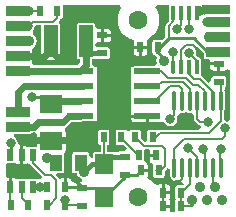
<source format=gtl>
G04 Layer_Physical_Order=1*
G04 Layer_Color=255*
%FSAX24Y24*%
%MOIN*%
G70*
G01*
G75*
%ADD10R,0.0354X0.0236*%
%ADD11R,0.0591X0.0709*%
%ADD12R,0.0236X0.0354*%
%ADD13R,0.0453X0.1063*%
%ADD14R,0.0787X0.0354*%
%ADD15R,0.0433X0.0551*%
%ADD16R,0.0748X0.0610*%
%ADD17R,0.1161X0.1929*%
%ADD18R,0.0866X0.0197*%
%ADD19R,0.0236X0.0394*%
%ADD20R,0.0157X0.0472*%
G04:AMPARAMS|DCode=21|XSize=47.2mil|YSize=15.7mil|CornerRadius=5.5mil|HoleSize=0mil|Usage=FLASHONLY|Rotation=90.000|XOffset=0mil|YOffset=0mil|HoleType=Round|Shape=RoundedRectangle|*
%AMROUNDEDRECTD21*
21,1,0.0472,0.0047,0,0,90.0*
21,1,0.0362,0.0157,0,0,90.0*
1,1,0.0110,0.0024,0.0181*
1,1,0.0110,0.0024,-0.0181*
1,1,0.0110,-0.0024,-0.0181*
1,1,0.0110,-0.0024,0.0181*
%
%ADD21ROUNDEDRECTD21*%
%ADD22O,0.0138X0.0709*%
%ADD23C,0.0070*%
%ADD24C,0.0100*%
%ADD25C,0.0150*%
%ADD26C,0.0236*%
%ADD27C,0.0354*%
%ADD28C,0.0315*%
%ADD29C,0.0630*%
%ADD30C,0.0157*%
G36*
X017358Y018789D02*
Y018317D01*
X017364Y018290D01*
X017369Y018282D01*
X017272Y018184D01*
X017249Y018150D01*
X017240Y018109D01*
Y017753D01*
X017132Y017645D01*
X017113Y017649D01*
X016877D01*
X016850Y017643D01*
X016827Y017628D01*
X016811Y017604D01*
X016806Y017577D01*
Y017223D01*
X016811Y017196D01*
X016827Y017172D01*
X016850Y017157D01*
X016877Y017151D01*
X016886D01*
X016970Y017067D01*
X016949Y017037D01*
X016930Y016941D01*
X016945Y016868D01*
X016890Y016770D01*
X016209D01*
X016182Y016764D01*
X016160Y016750D01*
X014878D01*
X014797Y016816D01*
X014792Y016822D01*
X014792Y016822D01*
Y016997D01*
X014817D01*
X014844Y017003D01*
X014867Y017018D01*
X014904Y017033D01*
X014936Y017021D01*
X014963Y017015D01*
X015317D01*
X015344Y017021D01*
X015368Y017036D01*
X015383Y017059D01*
X015389Y017087D01*
Y017323D01*
X015383Y017350D01*
X015368Y017373D01*
X015344Y017389D01*
X015317Y017394D01*
X014963D01*
X014895Y017460D01*
X014888Y017472D01*
Y017497D01*
X014888Y017497D01*
X014963Y017575D01*
X015090D01*
Y017795D01*
Y018015D01*
X014963D01*
X014888Y018093D01*
X014888Y018093D01*
Y018132D01*
X014883Y018159D01*
X014867Y018182D01*
X014844Y018197D01*
X014817Y018203D01*
X014364D01*
X014337Y018197D01*
X014314Y018182D01*
X014298Y018159D01*
X014293Y018132D01*
Y017069D01*
X014298Y017041D01*
X014314Y017018D01*
X014337Y017003D01*
X014364Y016997D01*
X014402D01*
X014406Y016899D01*
X014299Y016792D01*
X012851D01*
X012799Y016881D01*
X012799Y016890D01*
X012806Y016923D01*
Y016982D01*
X012310D01*
Y017218D01*
X012806D01*
Y017277D01*
X012798Y017316D01*
X012855Y017406D01*
X012878Y017422D01*
X012933Y017504D01*
X012952Y017600D01*
X012933Y017696D01*
X012878Y017778D01*
X012825Y017814D01*
X012819Y017818D01*
X012809Y017899D01*
X012814Y017930D01*
X012824Y017936D01*
X012874Y018011D01*
X012892Y018100D01*
X012927Y018143D01*
X013072D01*
X013081Y018131D01*
Y017134D01*
X013326Y017378D01*
X013409Y017295D01*
X013493Y017378D01*
X013738Y017134D01*
Y018132D01*
X013730Y018171D01*
X013708Y018204D01*
X013711Y018309D01*
X013712Y018311D01*
X013734Y018344D01*
X013736Y018351D01*
X013753D01*
X013781Y018357D01*
X013804Y018372D01*
X013819Y018396D01*
X013825Y018423D01*
Y018777D01*
X013840Y018795D01*
X015730D01*
X015772Y018706D01*
X015761Y018693D01*
X015697Y018573D01*
X015658Y018443D01*
X015644Y018307D01*
X015658Y018172D01*
X015697Y018041D01*
X015761Y017921D01*
X015848Y017816D01*
X015953Y017730D01*
X016073Y017666D01*
X016187Y017631D01*
X016192Y017616D01*
X016185Y017577D01*
Y017450D01*
X016405D01*
X016625D01*
Y017577D01*
X016617Y017616D01*
X016676Y017704D01*
X016724Y017730D01*
X016830Y017816D01*
X016916Y017921D01*
X016980Y018041D01*
X017020Y018172D01*
X017033Y018307D01*
X017020Y018443D01*
X016980Y018573D01*
X016916Y018693D01*
X016905Y018706D01*
X016947Y018795D01*
X017353D01*
X017358Y018789D01*
D02*
G37*
G36*
X018515Y017202D02*
Y017073D01*
X018520Y017046D01*
X018536Y017022D01*
X018559Y017007D01*
X018586Y017001D01*
X018649D01*
X018741Y016959D01*
Y016891D01*
X019020D01*
Y016841D01*
X019070D01*
Y016620D01*
X019197D01*
X019236Y016628D01*
X019269Y016650D01*
X019287Y016678D01*
X019295Y016679D01*
X019386Y016628D01*
Y014986D01*
X019287Y014923D01*
X019279Y014924D01*
X019240Y014932D01*
X019183Y015021D01*
Y015247D01*
X019207Y015282D01*
X019217Y015337D01*
Y015907D01*
X019207Y015962D01*
X019204Y015965D01*
X019204Y015970D01*
X019214Y016018D01*
X019234Y016072D01*
X019248Y016081D01*
X019263Y016105D01*
X019269Y016132D01*
Y016368D01*
X019263Y016395D01*
X019248Y016419D01*
X019224Y016434D01*
X019197Y016439D01*
X018843D01*
X018816Y016434D01*
X018792Y016419D01*
X018777Y016395D01*
X018771Y016368D01*
Y016259D01*
X018673Y016218D01*
X018466Y016426D01*
X018431Y016449D01*
X018426Y016514D01*
Y016986D01*
X018421Y017014D01*
X018405Y017037D01*
X018382Y017052D01*
X018355Y017058D01*
X018327D01*
X018254Y017131D01*
X018254Y017131D01*
X018272Y017220D01*
X018254Y017309D01*
X018225Y017353D01*
X018301Y017416D01*
X018515Y017202D01*
D02*
G37*
G36*
X016108Y015202D02*
X016107Y015198D01*
Y015150D01*
X016642D01*
Y015100D01*
X016692D01*
Y014900D01*
X017075D01*
X017114Y014907D01*
X017168Y014910D01*
X017216Y014866D01*
X017236Y014836D01*
X017311Y014786D01*
X017400Y014768D01*
X017489Y014786D01*
X017564Y014836D01*
X017614Y014911D01*
X017632Y015000D01*
X017618Y015070D01*
X017635Y015095D01*
X017643Y015136D01*
X017643Y015136D01*
Y015153D01*
X017742Y015206D01*
X017742Y015206D01*
X017796Y015195D01*
X017850Y015206D01*
X017853Y015207D01*
X017924Y015228D01*
X017995Y015207D01*
X017998Y015206D01*
X018052Y015195D01*
X018099Y015204D01*
X018110Y015203D01*
X018197Y015148D01*
Y015004D01*
X018205Y014963D01*
X018228Y014928D01*
X018332Y014824D01*
X018332Y014824D01*
X018367Y014801D01*
X018397Y014795D01*
X018417Y014777D01*
X018430Y014755D01*
X018373Y014657D01*
X017060D01*
X017019Y014649D01*
X016986Y014627D01*
X016984Y014628D01*
X016961Y014643D01*
X016933Y014649D01*
X016697D01*
X016670Y014643D01*
X016647Y014628D01*
X016631Y014604D01*
X016626Y014577D01*
Y014290D01*
X016527Y014249D01*
X016414Y014362D01*
Y014577D01*
X016409Y014604D01*
X016393Y014628D01*
X016370Y014643D01*
X016343Y014649D01*
X016107D01*
X016079Y014643D01*
X016056Y014628D01*
X016055Y014625D01*
X016019Y014618D01*
X015981D01*
X015945Y014625D01*
X015944Y014628D01*
X015921Y014643D01*
X015893Y014649D01*
X015657D01*
X015630Y014643D01*
X015607Y014628D01*
X015591Y014604D01*
X015586Y014577D01*
Y014223D01*
X015591Y014196D01*
X015607Y014172D01*
X015630Y014157D01*
X015657Y014151D01*
X015818D01*
X015944Y014026D01*
X015906Y013935D01*
X015703D01*
X015676Y013929D01*
X015652Y013914D01*
X015640Y013895D01*
X015546D01*
X015546Y013896D01*
X015523Y013912D01*
X015495Y013917D01*
X015307D01*
Y014152D01*
X015330Y014157D01*
X015353Y014172D01*
X015369Y014196D01*
X015374Y014223D01*
Y014577D01*
X015369Y014604D01*
X015353Y014628D01*
X015330Y014643D01*
X015303Y014649D01*
X015067D01*
X015039Y014643D01*
X015016Y014628D01*
X015001Y014604D01*
X014995Y014577D01*
Y014223D01*
X015001Y014196D01*
X015016Y014172D01*
X015039Y014157D01*
X015067Y014151D01*
X015093D01*
Y013917D01*
X014905D01*
X014877Y013912D01*
X014854Y013896D01*
X014839Y013873D01*
X014833Y013846D01*
Y013727D01*
X014796Y013712D01*
X014701Y013780D01*
Y013826D01*
X014696Y013853D01*
X014680Y013876D01*
X014657Y013892D01*
X014630Y013897D01*
X014197D01*
X014170Y013892D01*
X014146Y013876D01*
X014131Y013853D01*
X014125Y013826D01*
Y013274D01*
X014131Y013247D01*
X014146Y013224D01*
X014170Y013208D01*
X014197Y013203D01*
X014297D01*
X014307Y013154D01*
X014362Y013072D01*
X014444Y013017D01*
X014461Y013014D01*
X014451Y012915D01*
X014283D01*
X014244Y012908D01*
X014214Y012888D01*
X014195Y012891D01*
X014115Y012920D01*
Y012927D01*
X014108Y012966D01*
X014085Y012999D01*
X014052Y013021D01*
X014013Y013029D01*
X013945D01*
Y012750D01*
X013845D01*
Y013029D01*
X013777D01*
X013738Y013021D01*
X013676Y013036D01*
X013676Y013036D01*
X013599Y013112D01*
X013637Y013203D01*
X013803D01*
X013830Y013208D01*
X013854Y013224D01*
X013869Y013247D01*
X013875Y013274D01*
Y013826D01*
X013869Y013853D01*
X013886Y013903D01*
X013908Y013936D01*
X013916Y013975D01*
Y014162D01*
X012964D01*
Y014102D01*
X012938Y014081D01*
X012702D01*
X012675Y014076D01*
X012651Y014060D01*
X012651D01*
X012649Y014062D01*
X012636Y014082D01*
X012603Y014104D01*
X012564Y014112D01*
X012496D01*
Y013813D01*
Y013514D01*
X012564D01*
X012603Y013522D01*
X012618Y013532D01*
X012620Y013532D01*
X012698Y013511D01*
X012721Y013499D01*
X012744Y013464D01*
X013127Y013081D01*
X013129Y013077D01*
X013130Y013068D01*
X013088Y013017D01*
X012989Y012997D01*
X012965Y013013D01*
X012938Y013018D01*
X012702D01*
X012675Y013013D01*
X012591D01*
X012564Y013018D01*
X012328D01*
X012301Y013013D01*
X012277Y012997D01*
X012277D01*
X012275Y012999D01*
X012262Y013019D01*
X012229Y013041D01*
X012190Y013049D01*
X012122D01*
Y012750D01*
X012022D01*
Y013049D01*
X011954D01*
X011913Y013141D01*
Y013452D01*
X011954Y013545D01*
X012151D01*
X012190Y013545D01*
X012190Y013545D01*
X012217Y013550D01*
X012243Y013564D01*
X012256Y013544D01*
X012289Y013522D01*
X012289Y013522D01*
X012328Y013514D01*
X012396D01*
Y013813D01*
Y014112D01*
X012395D01*
X012312Y014200D01*
X012294Y014289D01*
X012244Y014364D01*
X012186Y014403D01*
X012194Y014481D01*
X012202Y014501D01*
X012704D01*
X012731Y014507D01*
X012754Y014522D01*
X012770Y014546D01*
X012850Y014558D01*
X012866Y014561D01*
X012957Y014501D01*
X012960Y014497D01*
X012964Y014488D01*
Y014398D01*
X013916D01*
Y014585D01*
X013908Y014624D01*
X013908Y014625D01*
X013907Y014644D01*
X013925Y014727D01*
X013934Y014743D01*
X013966Y014764D01*
X014109Y014908D01*
X014378D01*
X014452Y014923D01*
X014463Y014930D01*
X014811D01*
X014838Y014936D01*
X014860Y014950D01*
X015960Y014950D01*
Y015254D01*
X016056Y015285D01*
X016108Y015202D01*
D02*
G37*
G36*
X016721Y013977D02*
Y013850D01*
X016941D01*
Y013750D01*
X016721D01*
Y013623D01*
X016728Y013584D01*
X016751Y013551D01*
X016784Y013529D01*
X016830Y013477D01*
Y013338D01*
X016823Y013300D01*
X016830Y013262D01*
Y013123D01*
X016836Y013096D01*
X016851Y013072D01*
X016874Y013057D01*
X016902Y013051D01*
X017138D01*
X017165Y013057D01*
X017188Y013072D01*
X017204Y013096D01*
X017209Y013123D01*
Y013268D01*
X017296Y013354D01*
X017300Y013361D01*
X017399Y013331D01*
Y013093D01*
X017409Y013038D01*
X017440Y012992D01*
X017486Y012962D01*
X017540Y012951D01*
X017594Y012962D01*
X017674Y012971D01*
X017730Y012933D01*
X017796Y012920D01*
X017846Y012830D01*
X017822Y012799D01*
X017637D01*
X017610Y012793D01*
X017587Y012778D01*
X017571Y012754D01*
X017566Y012727D01*
Y012373D01*
X017571Y012346D01*
X017585Y012325D01*
X017571Y012304D01*
X017566Y012277D01*
Y011923D01*
X017558Y011913D01*
X017393D01*
X017385Y011923D01*
Y012050D01*
X017165D01*
Y012150D01*
X017385D01*
Y012277D01*
X017377Y012316D01*
X017371Y012325D01*
X017377Y012334D01*
X017385Y012373D01*
Y012500D01*
X017165D01*
Y012550D01*
X017115D01*
Y012829D01*
X017047D01*
X017008Y012821D01*
X016961Y012804D01*
X016879Y012833D01*
X016830Y012893D01*
X016724Y012979D01*
X016697Y012993D01*
X016642Y013084D01*
X016649Y013123D01*
Y013250D01*
X016429D01*
Y013350D01*
X016649D01*
Y013477D01*
X016642Y013516D01*
X016619Y013549D01*
X016586Y013571D01*
X016540Y013623D01*
Y013977D01*
X016553Y013993D01*
X016708D01*
X016721Y013977D01*
D02*
G37*
G36*
X019386Y018508D02*
X019374Y018499D01*
X018586D01*
X018559Y018493D01*
X018555Y018490D01*
X018486Y018513D01*
X018457Y018534D01*
Y018789D01*
X018461Y018795D01*
X019386D01*
Y018508D01*
D02*
G37*
%LPC*%
G36*
X015419Y017745D02*
X015190D01*
Y017575D01*
X015317D01*
X015356Y017583D01*
X015389Y017605D01*
X015411Y017638D01*
X015419Y017677D01*
Y017745D01*
D02*
G37*
G36*
X015317Y018015D02*
X015190D01*
Y017845D01*
X015419D01*
Y017913D01*
X015411Y017952D01*
X015389Y017985D01*
X015356Y018008D01*
X015317Y018015D01*
D02*
G37*
G36*
X016625Y017350D02*
X016455D01*
Y017121D01*
X016523D01*
X016562Y017129D01*
X016595Y017151D01*
X016617Y017184D01*
X016625Y017223D01*
Y017350D01*
D02*
G37*
G36*
X013409Y017128D02*
X013248Y016967D01*
X013571D01*
X013409Y017128D01*
D02*
G37*
G36*
X016355Y017350D02*
X016185D01*
Y017223D01*
X016192Y017184D01*
X016215Y017151D01*
X016248Y017129D01*
X016287Y017121D01*
X016355D01*
Y017350D01*
D02*
G37*
G36*
X018970Y016791D02*
X018741D01*
Y016722D01*
X018749Y016683D01*
X018771Y016650D01*
X018804Y016628D01*
X018843Y016620D01*
X018970D01*
Y016791D01*
D02*
G37*
G36*
X016592Y015050D02*
X016107D01*
Y015002D01*
X016115Y014963D01*
X016137Y014929D01*
X016170Y014907D01*
X016209Y014900D01*
X016592D01*
Y015050D01*
D02*
G37*
G36*
X017283Y012829D02*
X017215D01*
Y012600D01*
X017385D01*
Y012727D01*
X017377Y012766D01*
X017355Y012799D01*
X017322Y012821D01*
X017283Y012829D01*
D02*
G37*
%LPD*%
D10*
X019020Y016841D02*
D03*
Y016250D02*
D03*
X015880Y013745D02*
D03*
Y013155D02*
D03*
X014460Y012105D02*
D03*
Y012695D02*
D03*
X015140Y017205D02*
D03*
Y017795D02*
D03*
D11*
X015200Y013491D02*
D03*
Y012409D02*
D03*
D12*
X013305Y012750D02*
D03*
X013895D02*
D03*
X016995Y017400D02*
D03*
X016405D02*
D03*
X017755Y012550D02*
D03*
X017165D02*
D03*
X017755Y012100D02*
D03*
X017165D02*
D03*
X016350Y013800D02*
D03*
X016941D02*
D03*
X017020Y013300D02*
D03*
X016429D02*
D03*
X015185Y014400D02*
D03*
X015775D02*
D03*
X013305Y012150D02*
D03*
X013895D02*
D03*
X013045Y018600D02*
D03*
X013635D02*
D03*
X012675Y012150D02*
D03*
X012085D02*
D03*
X016815Y014400D02*
D03*
X016225D02*
D03*
D13*
X014591Y017600D02*
D03*
X013409D02*
D03*
D14*
X012310Y018600D02*
D03*
Y018100D02*
D03*
Y016600D02*
D03*
Y017100D02*
D03*
Y017600D02*
D03*
X018980Y017250D02*
D03*
Y017750D02*
D03*
Y018250D02*
D03*
X012310Y015250D02*
D03*
Y014750D02*
D03*
D15*
X013587Y013550D02*
D03*
X014413D02*
D03*
D16*
X013440Y014280D02*
D03*
Y015520D02*
D03*
D17*
X015510Y015850D02*
D03*
D18*
X014378Y016100D02*
D03*
Y015600D02*
D03*
Y016600D02*
D03*
Y015100D02*
D03*
X016642Y016100D02*
D03*
Y015600D02*
D03*
Y016600D02*
D03*
Y015100D02*
D03*
D19*
X012072Y012750D02*
D03*
X012446D02*
D03*
X012820D02*
D03*
X012072Y013813D02*
D03*
X012446D02*
D03*
X012820D02*
D03*
D20*
X017508Y018553D02*
D03*
X017764D02*
D03*
X018020D02*
D03*
X018276D02*
D03*
Y016750D02*
D03*
X018020D02*
D03*
X017764D02*
D03*
D21*
X017508D02*
D03*
D22*
X019076Y015622D02*
D03*
X018820D02*
D03*
X018564D02*
D03*
X018308D02*
D03*
X018052D02*
D03*
X017796D02*
D03*
X019076Y013378D02*
D03*
X018820D02*
D03*
X018564D02*
D03*
X018308D02*
D03*
X018052D02*
D03*
X017796D02*
D03*
X017540D02*
D03*
Y015622D02*
D03*
D23*
X018680Y017730D02*
Y017750D01*
X017536Y013350D02*
Y014016D01*
X019240Y014450D02*
Y014700D01*
X019076Y014944D02*
Y015622D01*
X017060Y014550D02*
X018681D01*
X019076Y014944D01*
X017061Y017400D02*
Y017401D01*
X017764Y017315D02*
X017931Y017482D01*
X017764Y016750D02*
Y017315D01*
X018040Y017193D02*
Y017220D01*
X018480Y016770D02*
X018600Y016650D01*
X018480Y016770D02*
Y017151D01*
X018149Y017482D02*
X018480Y017151D01*
X017931Y017482D02*
X018149D01*
X013500Y018250D02*
X013635Y018385D01*
X012810Y018250D02*
X013500D01*
X012660Y018100D02*
X012810Y018250D01*
X019020Y016205D02*
X019076Y016149D01*
Y015622D02*
Y016149D01*
X018020Y018000D02*
Y018553D01*
X017758Y018148D02*
Y018543D01*
X017610Y018000D02*
X017758Y018148D01*
Y018543D02*
X017764Y018550D01*
X018020Y018000D02*
X018100Y018080D01*
X017348Y018109D02*
X017508Y018269D01*
Y018553D01*
X017348Y017712D02*
Y018109D01*
Y017712D02*
X017360Y017700D01*
X018816Y015594D02*
Y015924D01*
X018390Y016350D02*
X018816Y015924D01*
X018190Y016350D02*
X018390D01*
X018560Y015594D02*
Y015930D01*
X018340Y016150D02*
X018560Y015930D01*
X018160Y016150D02*
X018340D01*
X019140Y014350D02*
X019240Y014450D01*
X017870Y014350D02*
X019140D01*
X017220Y013430D02*
Y014010D01*
X017130Y014100D02*
X017220Y014010D01*
X016525Y014100D02*
X017130D01*
X016225Y014400D02*
X016525Y014100D01*
X016910Y014400D02*
X017060Y014550D01*
X016815Y014400D02*
X016910D01*
X017400Y015000D02*
X017536Y015136D01*
Y014016D02*
X017870Y014350D01*
X018820Y012803D02*
X018890Y012733D01*
X018820Y012803D02*
Y013378D01*
X017165Y012655D02*
Y012675D01*
X018040Y017193D02*
X018280Y016953D01*
Y016754D02*
Y016953D01*
X018480Y014020D02*
X018560Y013940D01*
X018000Y014050D02*
X018304Y013746D01*
X019072Y013992D02*
X019080Y014000D01*
X018408Y014900D02*
X018660D01*
X018304Y015004D02*
X018408Y014900D01*
X017536Y015136D02*
Y015594D01*
X017060Y017400D02*
X017061D01*
X016995D02*
X017060D01*
X018123Y012100D02*
X018190Y012167D01*
X017755Y012100D02*
X018123D01*
X017165D02*
Y012550D01*
X017755Y012100D02*
Y012550D01*
X018048Y012843D01*
Y013350D01*
X017340Y012850D02*
X017620D01*
X017792Y013022D01*
Y013350D01*
X017020Y013300D02*
X017090D01*
X016930D02*
X017020D01*
X018276Y016750D02*
X018280Y016754D01*
X017500Y016758D02*
X017508Y016750D01*
X017500Y016758D02*
Y017250D01*
X017930Y016380D02*
X018160Y016150D01*
X017320Y016380D02*
X017930D01*
X017820Y016240D02*
X018060Y016000D01*
X017110Y016240D02*
X017820D01*
X017690Y016100D02*
X017792Y015998D01*
X017390Y016100D02*
X017690D01*
X016890Y015600D02*
X017390Y016100D01*
X017100Y016600D02*
X017320Y016380D01*
X018304Y015004D02*
Y015594D01*
X018020Y016520D02*
X018190Y016350D01*
X018020Y016520D02*
Y016750D01*
X016642Y016600D02*
X017100D01*
X016970Y016100D02*
X017110Y016240D01*
X016642Y016100D02*
X016970D01*
X018048Y015594D02*
X018060Y015606D01*
X016642Y015600D02*
X016890D01*
X012310Y018100D02*
X012660D01*
X012680Y018600D02*
X013045D01*
X012310D02*
X012680D01*
X013635Y018385D02*
Y018600D01*
X017090Y013300D02*
X017220Y013430D01*
X015185Y014400D02*
X015200Y014385D01*
Y013491D02*
Y014385D01*
X013410Y013150D02*
X013600Y012960D01*
X013210Y013150D02*
X013410D01*
X012820Y013540D02*
X013210Y013150D01*
X012820Y013540D02*
Y013813D01*
X016321Y013800D02*
X016350D01*
X015855Y014266D02*
X016321Y013800D01*
X015855Y014266D02*
Y014300D01*
X012072Y012163D02*
Y012750D01*
X012446Y012379D02*
Y012750D01*
Y012379D02*
X012675Y012150D01*
X013380D02*
X013600Y012370D01*
X013305Y012150D02*
X013380D01*
X013895D02*
X014405D01*
X013600Y012370D02*
Y012960D01*
X017792Y015594D02*
Y015998D01*
X012310Y016650D02*
X012360Y016600D01*
X014405Y012150D02*
X014460Y012205D01*
X018560Y013350D02*
Y013940D01*
X019072Y013350D02*
Y013992D01*
X013360Y015520D02*
X013440Y015600D01*
X018304Y013350D02*
Y013746D01*
X018060Y015606D02*
Y016000D01*
D24*
X016935Y017275D02*
X017060Y017400D01*
X018640Y017250D02*
X018980D01*
X018190Y017700D02*
X018640Y017250D01*
X017360Y017700D02*
X018190D01*
X013130Y015750D02*
X013360Y015520D01*
X012800Y015750D02*
X013130D01*
X014060Y013150D02*
X014460Y012750D01*
Y012695D02*
Y012750D01*
X016429Y013300D02*
X016520D01*
X017165Y012550D02*
Y012655D01*
X016284Y013155D02*
X016429Y013300D01*
X015880Y013155D02*
X016284D01*
X015880Y013089D02*
Y013155D01*
X015200Y012409D02*
X015880Y013089D01*
X014913Y012695D02*
X015200Y012409D01*
X014460Y012695D02*
X014913D01*
X014405Y012750D02*
X014460Y012695D01*
X013895Y012750D02*
X014405D01*
X017182Y016941D02*
Y017028D01*
X016935Y017275D02*
X017182Y017028D01*
X017061Y017401D02*
X017360Y017700D01*
X012080Y013821D02*
Y014200D01*
X012072Y013813D02*
X012080Y013821D01*
X012072Y012163D02*
X012085Y012150D01*
D25*
X014540Y013250D02*
X014781Y013491D01*
X015454Y013745D02*
X015880D01*
X015200Y013491D02*
X015454Y013745D01*
X014781Y013491D02*
X015200D01*
X014600Y017200D02*
X014605Y017205D01*
X015140D01*
X015160D01*
D26*
X012510Y016100D02*
X014378D01*
X012310Y015900D02*
X012510Y016100D01*
X012310Y015250D02*
Y015900D01*
Y014750D02*
X012850D01*
X013000Y014900D01*
X013830D01*
X014030Y015100D01*
X014378D01*
X012360Y016600D02*
X014378D01*
X014600Y016822D01*
X014378Y016100D02*
X014478D01*
X014600Y016822D02*
Y017200D01*
X013440Y015600D02*
X014378D01*
D27*
X018890Y012733D02*
D03*
X018390D02*
D03*
X019140Y012300D02*
D03*
X018640D02*
D03*
X018140D02*
D03*
X018680Y017750D02*
D03*
X013300Y013700D02*
D03*
X015140Y018600D02*
D03*
X017182Y016941D02*
D03*
X014540Y013250D02*
D03*
X012700Y017600D02*
D03*
D28*
X018620Y018250D02*
D03*
X019240Y014700D02*
D03*
X018040Y017220D02*
D03*
X018600Y016650D02*
D03*
X018020Y018000D02*
D03*
X017610D02*
D03*
X018400Y018600D02*
D03*
X017400Y015000D02*
D03*
X012800Y015750D02*
D03*
X013889Y012314D02*
D03*
X018480Y014020D02*
D03*
X018000Y014050D02*
D03*
X019080Y014000D02*
D03*
X018660Y014900D02*
D03*
X017500Y017250D02*
D03*
X012660Y018100D02*
D03*
X012680Y018600D02*
D03*
X013060Y012750D02*
D03*
X012080Y014200D02*
D03*
D29*
X016339Y018307D02*
D03*
Y012402D02*
D03*
D30*
X015254Y016362D02*
D03*
Y015338D02*
D03*
Y015850D02*
D03*
X015766Y016362D02*
D03*
Y015850D02*
D03*
Y015338D02*
D03*
M02*

</source>
